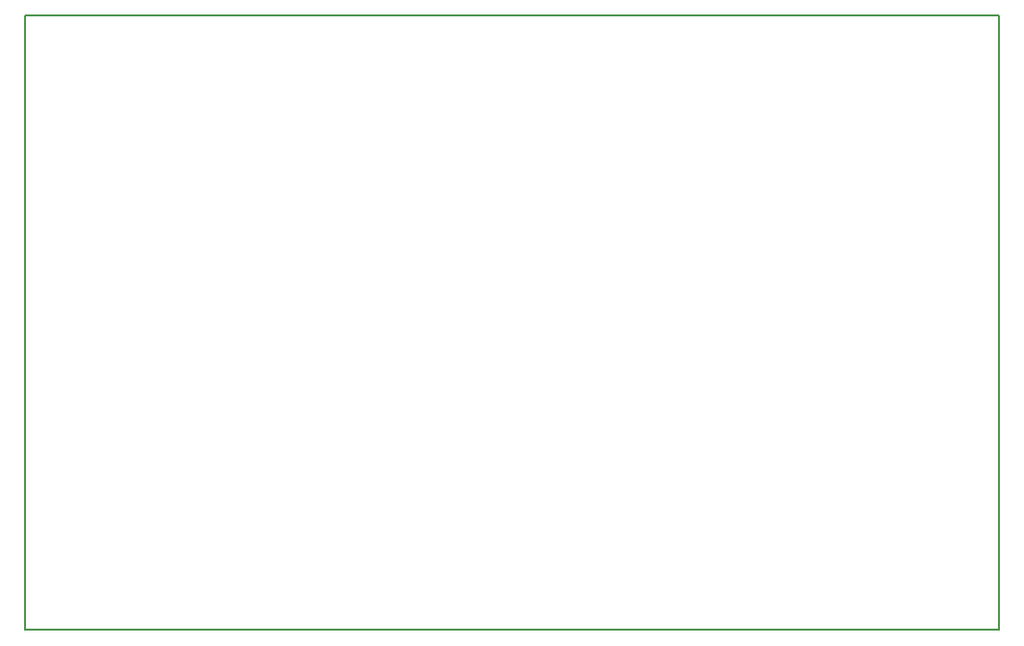
<source format=gbr>
G04 #@! TF.FileFunction,Profile,NP*
%FSLAX46Y46*%
G04 Gerber Fmt 4.6, Leading zero omitted, Abs format (unit mm)*
G04 Created by KiCad (PCBNEW 4.0.4+e1-6308~48~ubuntu14.04.1-stable) date Tue Sep 13 00:05:41 2016*
%MOMM*%
%LPD*%
G01*
G04 APERTURE LIST*
%ADD10C,0.100000*%
%ADD11C,0.150000*%
G04 APERTURE END LIST*
D10*
D11*
X80000000Y-119000000D02*
X80000000Y-65000000D01*
X165600000Y-119000000D02*
X80000000Y-119000000D01*
X165600000Y-65000000D02*
X165600000Y-119000000D01*
X80000000Y-65000000D02*
X165600000Y-65000000D01*
M02*

</source>
